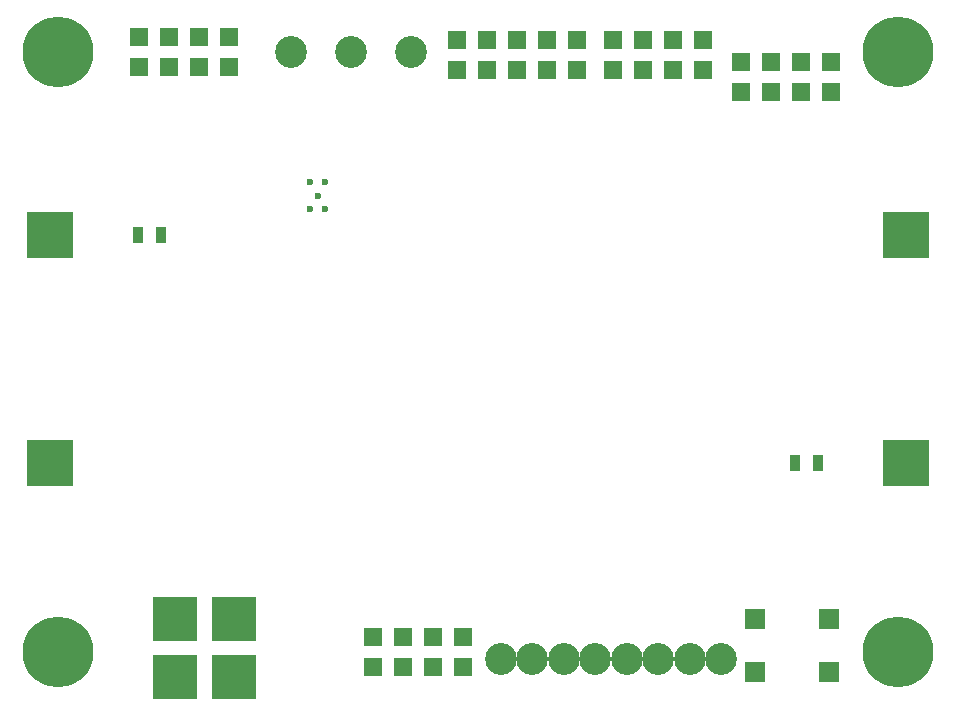
<source format=gbr>
G04 #@! TF.FileFunction,Soldermask,Top*
%FSLAX46Y46*%
G04 Gerber Fmt 4.6, Leading zero omitted, Abs format (unit mm)*
G04 Created by KiCad (PCBNEW (2015-05-13 BZR 5653)-product) date 2. 12. 2015 7:09:12*
%MOMM*%
G01*
G04 APERTURE LIST*
%ADD10C,0.300000*%
%ADD11R,4.000000X4.000000*%
%ADD12R,1.524000X1.524000*%
%ADD13R,3.810000X3.810000*%
%ADD14C,6.000000*%
%ADD15R,0.889000X1.397000*%
%ADD16R,1.676400X1.676400*%
%ADD17C,0.600000*%
%ADD18C,2.700000*%
G04 APERTURE END LIST*
D10*
D11*
X4390000Y40384000D03*
X76890000Y40384000D03*
X4390000Y21084000D03*
X76890000Y21084000D03*
D12*
X19558000Y57150000D03*
X19558000Y54610000D03*
X17018000Y57150000D03*
X17018000Y54610000D03*
X14478000Y57150000D03*
X14478000Y54610000D03*
X11938000Y57150000D03*
X11938000Y54610000D03*
X49022000Y54356000D03*
X49022000Y56896000D03*
X38862000Y56896000D03*
X38862000Y54356000D03*
X43942000Y54356000D03*
X43942000Y56896000D03*
X46482000Y54356000D03*
X46482000Y56896000D03*
X41402000Y54356000D03*
X41402000Y56896000D03*
X31750000Y3810000D03*
X31750000Y6350000D03*
X34290000Y3810000D03*
X34290000Y6350000D03*
X36830000Y3810000D03*
X36830000Y6350000D03*
X39370000Y3810000D03*
X39370000Y6350000D03*
D13*
X14939000Y7874000D03*
X19939000Y7874000D03*
X14939000Y2921000D03*
X19939000Y2921000D03*
D12*
X62865000Y52451000D03*
X62865000Y54991000D03*
X65405000Y52451000D03*
X65405000Y54991000D03*
X67945000Y52451000D03*
X67945000Y54991000D03*
X59690000Y56896000D03*
X59690000Y54356000D03*
X57150000Y56896000D03*
X57150000Y54356000D03*
X54610000Y56896000D03*
X54610000Y54356000D03*
X52070000Y56896000D03*
X52070000Y54356000D03*
D14*
X76200000Y5080000D03*
X5080000Y55880000D03*
X5080000Y5080000D03*
X76200000Y55880000D03*
D15*
X11874500Y40386000D03*
X13779500Y40386000D03*
X69405500Y21082000D03*
X67500500Y21082000D03*
D16*
X70333000Y7838000D03*
X70333000Y3338000D03*
X64033000Y7838000D03*
X64033000Y3338000D03*
D12*
X70485000Y52451000D03*
X70485000Y54991000D03*
D17*
X27686000Y42545000D03*
X27686000Y44831000D03*
X26416000Y44831000D03*
X26416000Y42545000D03*
X27051000Y43688000D03*
D18*
X42545000Y4445000D03*
X45212000Y4445000D03*
X47879000Y4445000D03*
X50546000Y4445000D03*
X53213000Y4445000D03*
X55880000Y4445000D03*
X58547000Y4445000D03*
X61214000Y4445000D03*
X24765000Y55880000D03*
X29845000Y55880000D03*
X34925000Y55880000D03*
M02*

</source>
